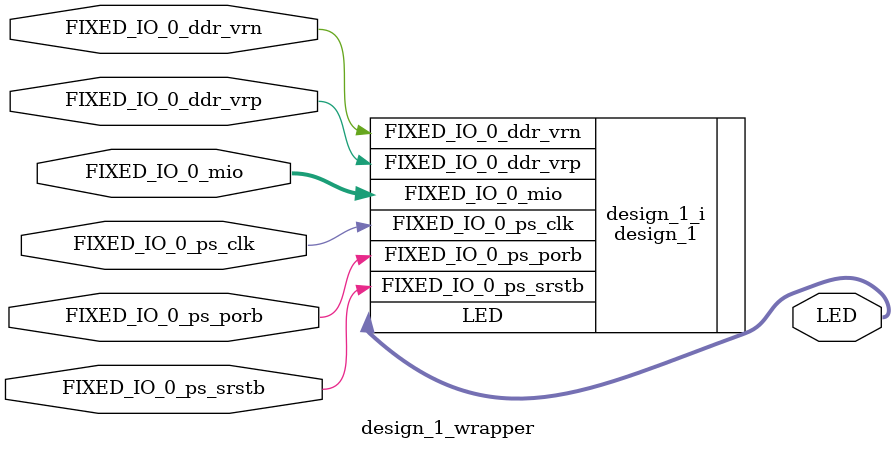
<source format=v>
`timescale 1 ps / 1 ps

module design_1_wrapper
   (FIXED_IO_0_ddr_vrn,
    FIXED_IO_0_ddr_vrp,
    FIXED_IO_0_mio,
    FIXED_IO_0_ps_clk,
    FIXED_IO_0_ps_porb,
    FIXED_IO_0_ps_srstb,
    LED);
  inout FIXED_IO_0_ddr_vrn;
  inout FIXED_IO_0_ddr_vrp;
  inout [53:0]FIXED_IO_0_mio;
  inout FIXED_IO_0_ps_clk;
  inout FIXED_IO_0_ps_porb;
  inout FIXED_IO_0_ps_srstb;
  output [7:0]LED;

  wire FIXED_IO_0_ddr_vrn;
  wire FIXED_IO_0_ddr_vrp;
  wire [53:0]FIXED_IO_0_mio;
  wire FIXED_IO_0_ps_clk;
  wire FIXED_IO_0_ps_porb;
  wire FIXED_IO_0_ps_srstb;
  wire [7:0]LED;

  design_1 design_1_i
       (.FIXED_IO_0_ddr_vrn(FIXED_IO_0_ddr_vrn),
        .FIXED_IO_0_ddr_vrp(FIXED_IO_0_ddr_vrp),
        .FIXED_IO_0_mio(FIXED_IO_0_mio),
        .FIXED_IO_0_ps_clk(FIXED_IO_0_ps_clk),
        .FIXED_IO_0_ps_porb(FIXED_IO_0_ps_porb),
        .FIXED_IO_0_ps_srstb(FIXED_IO_0_ps_srstb),
        .LED(LED));
endmodule

</source>
